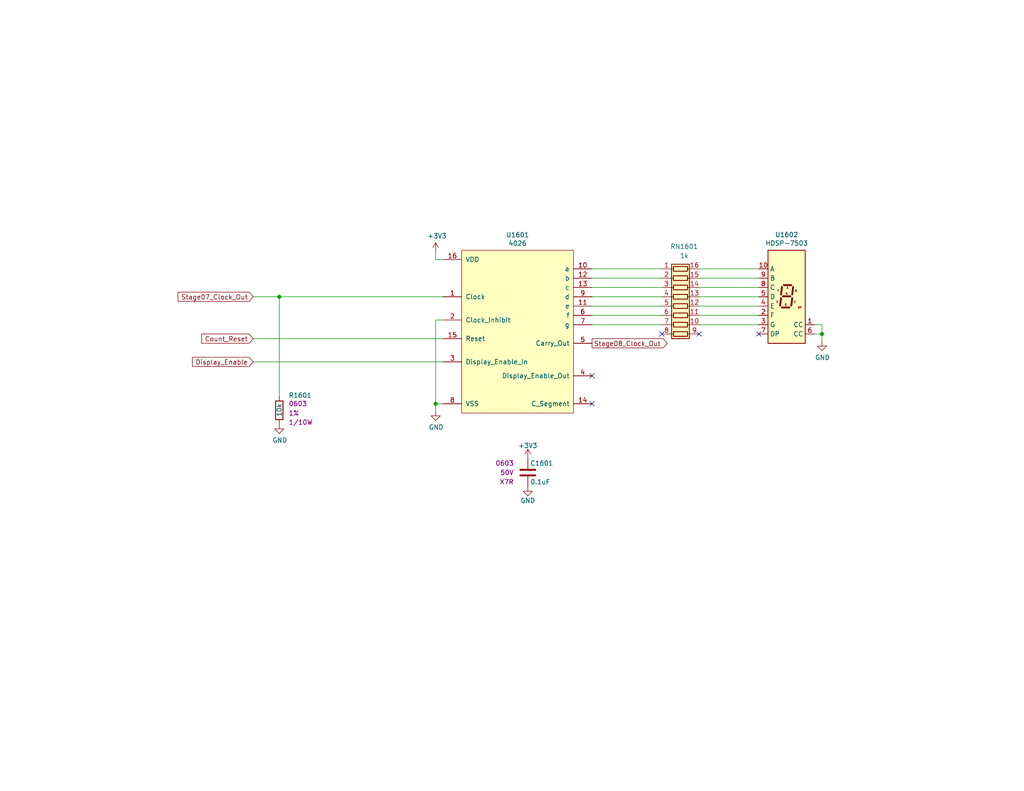
<source format=kicad_sch>
(kicad_sch (version 20230121) (generator eeschema)
  (paper "A")
  (title_block (title "Stopwatch") (date "2024-01-02") (rev "A") (company "Drew Maatman"))
  (lib_symbols
    (symbol "Custom_Library:4026" (pin_names (offset 1.016))
      (property "Reference" "U" (at 30.48 -43.18 0))
      (property "Value" "4026" (at 20.32 3.81 0))
      (symbol "4026_0_1"
        (rectangle (start 5.08 2.54) (end 35.56 -41.91) (fill (type background)))
      )
      (symbol "4026_1_1"
        (pin input line (at 0 -10.16 0) (length 5.08) (name "Clock") (number "1"))
        (pin output line (at 40.64 -2.54 180) (length 5.08) (name "a") (number "10"))
        (pin output line (at 40.64 -12.7 180) (length 5.08) (name "e") (number "11"))
        (pin output line (at 40.64 -5.08 180) (length 5.08) (name "b") (number "12"))
        (pin output line (at 40.64 -7.62 180) (length 5.08) (name "c") (number "13"))
        (pin output line (at 40.64 -39.37 180) (length 5.08) (name "C_Segment") (number "14"))
        (pin input line (at 0 -21.59 0) (length 5.08) (name "Reset") (number "15"))
        (pin power_in line (at 0 0 0) (length 5.08) (name "VDD") (number "16"))
        (pin input line (at 0 -16.51 0) (length 5.08) (name "Clock_Inhibit") (number "2"))
        (pin input line (at 0 -27.94 0) (length 5.08) (name "Display_Enable_In") (number "3"))
        (pin output line (at 40.64 -31.75 180) (length 5.08) (name "Display_Enable_Out") (number "4"))
        (pin output line (at 40.64 -22.86 180) (length 5.08) (name "Carry_Out") (number "5"))
        (pin output line (at 40.64 -15.24 180) (length 5.08) (name "f") (number "6"))
        (pin output line (at 40.64 -17.78 180) (length 5.08) (name "g") (number "7"))
        (pin power_in line (at 0 -39.37 0) (length 5.08) (name "VSS") (number "8"))
        (pin output line (at 40.64 -10.16 180) (length 5.08) (name "d") (number "9"))
      )
    )
    (symbol "Custom_Library:C_Custom" (pin_numbers hide) (pin_names (offset 0.254))
      (property "Reference" "C" (at 0.635 2.54 0))
      (property "Value" "C_Custom" (at 0.635 -2.54 0))
      (property "display_footprint" "Foot" (at -3.81 2.54 0))
      (property "Voltage" "V" (at -3.81 0 0))
      (property "Dielectric" "Er" (at -3.81 -2.54 0))
      (symbol "C_Custom_0_1"
        (polyline (pts (xy -2.032 -0.762) (xy 2.032 -0.762)) (stroke (width 0.508)))
        (polyline (pts (xy -2.032 0.762) (xy 2.032 0.762)) (stroke (width 0.508)))
      )
      (symbol "C_Custom_1_1"
        (pin passive line (at 0 3.81 270) (length 2.794) (name "~") (number "1"))
        (pin passive line (at 0 -3.81 90) (length 2.794) (name "~") (number "2"))
      )
    )
    (symbol "Custom_Library:R_Custom" (pin_numbers hide) (pin_names (offset 1.016) hide)
      (property "Reference" "R" (at -2.54 0 90))
      (property "Value" "R_Custom" (at 0 0 90))
      (property "display_footprint" "Foot" (at 2.54 0 90))
      (property "Tolerance" "Tol" (at 5.08 0 90))
      (property "Wattage" "W" (at 7.62 0 90))
      (symbol "R_Custom_0_1"
        (rectangle (start 1.016 2.54) (end -1.016 -2.54) (stroke (width 0.254)))
      )
      (symbol "R_Custom_1_1"
        (pin passive line (at 0 3.81 270) (length 1.27) (name "1") (number "1"))
        (pin passive line (at 0 -3.81 90) (length 1.27) (name "2") (number "2"))
      )
    )
    (symbol "Device:R_Pack08" (pin_names (offset 0) hide)
      (property "Reference" "RN" (at -12.7 0 90))
      (property "Value" "R_Pack08" (at 10.16 0 90))
      (symbol "R_Pack08_0_1"
        (rectangle (start -11.43 -2.413) (end 8.89 2.413) (stroke (width 0.254)) (fill (type background)))
        (rectangle (start -10.795 1.905) (end -9.525 -1.905) (stroke (width 0.254)))
        (rectangle (start -8.255 1.905) (end -6.985 -1.905) (stroke (width 0.254)))
        (rectangle (start -5.715 1.905) (end -4.445 -1.905) (stroke (width 0.254)))
        (rectangle (start -3.175 1.905) (end -1.905 -1.905) (stroke (width 0.254)))
        (rectangle (start -0.635 1.905) (end 0.635 -1.905) (stroke (width 0.254)))
        (polyline (pts (xy -10.16 -2.54) (xy -10.16 -1.905)))
        (polyline (pts (xy -10.16 1.905) (xy -10.16 2.54)))
        (polyline (pts (xy -7.62 -2.54) (xy -7.62 -1.905)))
        (polyline (pts (xy -7.62 1.905) (xy -7.62 2.54)))
        (polyline (pts (xy -5.08 -2.54) (xy -5.08 -1.905)))
        (polyline (pts (xy -5.08 1.905) (xy -5.08 2.54)))
        (polyline (pts (xy -2.54 -2.54) (xy -2.54 -1.905)))
        (polyline (pts (xy -2.54 1.905) (xy -2.54 2.54)))
        (polyline (pts (xy 0 -2.54) (xy 0 -1.905)))
        (polyline (pts (xy 0 1.905) (xy 0 2.54)))
        (polyline (pts (xy 2.54 -2.54) (xy 2.54 -1.905)))
        (polyline (pts (xy 2.54 1.905) (xy 2.54 2.54)))
        (polyline (pts (xy 5.08 -2.54) (xy 5.08 -1.905)))
        (polyline (pts (xy 5.08 1.905) (xy 5.08 2.54)))
        (polyline (pts (xy 7.62 -2.54) (xy 7.62 -1.905)))
        (polyline (pts (xy 7.62 1.905) (xy 7.62 2.54)))
        (rectangle (start 1.905 1.905) (end 3.175 -1.905) (stroke (width 0.254)))
        (rectangle (start 4.445 1.905) (end 5.715 -1.905) (stroke (width 0.254)))
        (rectangle (start 6.985 1.905) (end 8.255 -1.905) (stroke (width 0.254)))
      )
      (symbol "R_Pack08_1_1"
        (pin passive line (at -10.16 -5.08 90) (length 2.54) (name "R1.1") (number "1"))
        (pin passive line (at 5.08 5.08 270) (length 2.54) (name "R7.2") (number "10"))
        (pin passive line (at 2.54 5.08 270) (length 2.54) (name "R6.2") (number "11"))
        (pin passive line (at 0 5.08 270) (length 2.54) (name "R5.2") (number "12"))
        (pin passive line (at -2.54 5.08 270) (length 2.54) (name "R4.2") (number "13"))
        (pin passive line (at -5.08 5.08 270) (length 2.54) (name "R3.2") (number "14"))
        (pin passive line (at -7.62 5.08 270) (length 2.54) (name "R2.2") (number "15"))
        (pin passive line (at -10.16 5.08 270) (length 2.54) (name "R1.2") (number "16"))
        (pin passive line (at -7.62 -5.08 90) (length 2.54) (name "R2.1") (number "2"))
        (pin passive line (at -5.08 -5.08 90) (length 2.54) (name "R3.1") (number "3"))
        (pin passive line (at -2.54 -5.08 90) (length 2.54) (name "R4.1") (number "4"))
        (pin passive line (at 0 -5.08 90) (length 2.54) (name "R5.1") (number "5"))
        (pin passive line (at 2.54 -5.08 90) (length 2.54) (name "R6.1") (number "6"))
        (pin passive line (at 5.08 -5.08 90) (length 2.54) (name "R7.1") (number "7"))
        (pin passive line (at 7.62 -5.08 90) (length 2.54) (name "R8.1") (number "8"))
        (pin passive line (at 7.62 5.08 270) (length 2.54) (name "R8.2") (number "9"))
      )
    )
    (symbol "Display_Character:HDSP-7503"
      (property "Reference" "U" (at -3.81 13.97 0))
      (property "Value" "HDSP-7503" (at 6.35 13.97 0))
      (symbol "HDSP-7503_1_0"
        (text "A" (at 0.254 2.413 0) (effects (font (size 0.508 0.508))))
        (text "B" (at 2.54 1.651 0) (effects (font (size 0.508 0.508))))
        (text "C" (at 2.286 -1.397 0) (effects (font (size 0.508 0.508))))
        (text "D" (at -0.254 -2.159 0) (effects (font (size 0.508 0.508))))
        (text "DP" (at 3.556 -2.921 0) (effects (font (size 0.508 0.508))))
        (text "E" (at -2.54 -1.397 0) (effects (font (size 0.508 0.508))))
        (text "F" (at -2.286 1.651 0) (effects (font (size 0.508 0.508))))
        (text "G" (at 0 0.889 0) (effects (font (size 0.508 0.508))))
      )
      (symbol "HDSP-7503_1_1"
        (rectangle (start -5.08 12.7) (end 5.08 -12.7) (stroke (width 0.254)) (fill (type background)))
        (polyline (pts (xy -1.524 -0.381) (xy -1.778 -2.413)) (stroke (width 0.508)))
        (polyline (pts (xy -1.27 -2.921) (xy 0.762 -2.921)) (stroke (width 0.508)))
        (polyline (pts (xy -1.27 2.667) (xy -1.524 0.635)) (stroke (width 0.508)))
        (polyline (pts (xy -1.016 0.127) (xy 1.016 0.127)) (stroke (width 0.508)))
        (polyline (pts (xy -0.762 3.175) (xy 1.27 3.175)) (stroke (width 0.508)))
        (polyline (pts (xy 1.524 -0.381) (xy 1.27 -2.413)) (stroke (width 0.508)))
        (polyline (pts (xy 1.778 2.667) (xy 1.524 0.635)) (stroke (width 0.508)))
        (polyline (pts (xy 2.54 -2.921) (xy 2.54 -2.921)) (stroke (width 0.508)))
        (pin input line (at 7.62 -7.62 180) (length 2.54) (name "CC") (number "1"))
        (pin input line (at -7.62 7.62 0) (length 2.54) (name "A") (number "10"))
        (pin input line (at -7.62 -5.08 0) (length 2.54) (name "F") (number "2"))
        (pin input line (at -7.62 -7.62 0) (length 2.54) (name "G") (number "3"))
        (pin input line (at -7.62 -2.54 0) (length 2.54) (name "E") (number "4"))
        (pin input line (at -7.62 0 0) (length 2.54) (name "D") (number "5"))
        (pin input line (at 7.62 -10.16 180) (length 2.54) (name "CC") (number "6"))
        (pin input line (at -7.62 -10.16 0) (length 2.54) (name "DP") (number "7"))
        (pin input line (at -7.62 2.54 0) (length 2.54) (name "C") (number "8"))
        (pin input line (at -7.62 5.08 0) (length 2.54) (name "B") (number "9"))
      )
    )
    (symbol "Incrementor-rescue:+3.3V-power" (power) (pin_names (offset 0))
      (property "Value" "+3.3V-power" (at 0 3.556 0))
      (symbol "+3.3V-power_0_1"
        (polyline (pts (xy -0.762 1.27) (xy 0 2.54)))
        (polyline (pts (xy 0 0) (xy 0 2.54)))
        (polyline (pts (xy 0 2.54) (xy 0.762 1.27)))
      )
      (symbol "+3.3V-power_1_1"
        (pin power_in line (at 0 0 90) (length 0) hide (name "+3V3") (number "1"))
      )
    )
    (symbol "power:GND" (power) (pin_names (offset 0))
      (property "Value" "GND" (at 0 -3.81 0))
      (symbol "GND_0_1"
        (polyline (pts (xy 0 0) (xy 0 -1.27) (xy 1.27 -1.27) (xy 0 -2.54) (xy -1.27 -1.27) (xy 0 -1.27)))
      )
      (symbol "GND_1_1"
        (pin power_in line (at 0 0 270) (length 0) hide (name "GND") (number "1"))
      )
    )
  )
  (junction (at 76.2 81.026))
  (junction (at 224.282 91.186))
  (junction (at 118.872 110.236))
  (no_connect (at 180.594 91.186))
  (no_connect (at 161.544 110.236))
  (no_connect (at 190.754 91.186))
  (no_connect (at 207.01 91.186))
  (no_connect (at 161.544 102.616))
  (wire (pts (xy 224.282 91.186) (xy 224.282 88.646)))
  (wire (pts (xy 224.282 88.646) (xy 222.25 88.646)))
  (wire (pts (xy 161.544 81.026) (xy 180.594 81.026)))
  (wire (pts (xy 118.872 110.236) (xy 120.904 110.236)))
  (wire (pts (xy 69.088 98.806) (xy 120.904 98.806)))
  (wire (pts (xy 161.544 73.406) (xy 180.594 73.406)))
  (wire (pts (xy 118.872 112.268) (xy 118.872 110.236)))
  (wire (pts (xy 161.544 75.946) (xy 180.594 75.946)))
  (wire (pts (xy 161.544 83.566) (xy 180.594 83.566)))
  (wire (pts (xy 190.754 86.106) (xy 207.01 86.106)))
  (wire (pts (xy 118.872 68.834) (xy 118.872 70.866)))
  (wire (pts (xy 190.754 88.646) (xy 207.01 88.646)))
  (wire (pts (xy 118.872 70.866) (xy 120.904 70.866)))
  (wire (pts (xy 190.754 73.406) (xy 207.01 73.406)))
  (wire (pts (xy 190.754 78.486) (xy 207.01 78.486)))
  (wire (pts (xy 161.544 78.486) (xy 180.594 78.486)))
  (wire (pts (xy 222.25 91.186) (xy 224.282 91.186)))
  (wire (pts (xy 224.282 93.218) (xy 224.282 91.186)))
  (wire (pts (xy 76.2 81.026) (xy 76.2 108.204)))
  (wire (pts (xy 69.088 92.456) (xy 120.904 92.456)))
  (wire (pts (xy 120.904 87.376) (xy 118.872 87.376)))
  (wire (pts (xy 161.544 88.646) (xy 180.594 88.646)))
  (wire (pts (xy 118.872 87.376) (xy 118.872 110.236)))
  (wire (pts (xy 120.904 81.026) (xy 76.2 81.026)))
  (wire (pts (xy 69.088 81.026) (xy 76.2 81.026)))
  (wire (pts (xy 190.754 81.026) (xy 207.01 81.026)))
  (wire (pts (xy 190.754 75.946) (xy 207.01 75.946)))
  (wire (pts (xy 161.544 86.106) (xy 180.594 86.106)))
  (wire (pts (xy 190.754 83.566) (xy 207.01 83.566)))
  (global_label "Count_Reset" (shape input) (at 69.088 92.456 180) (property "Intersheetrefs" "${INTERSHEET_REFS}" (effects hide)))
  (global_label "Display_Enable" (shape input) (at 69.088 98.806 180) (property "Intersheetrefs" "${INTERSHEET_REFS}" (effects hide)))
  (global_label "Stage08_Clock_Out" (shape output) (at 161.544 93.726 0) (property "Intersheetrefs" "${INTERSHEET_REFS}" (effects hide)))
  (global_label "Stage07_Clock_Out" (shape input) (at 69.088 81.026 180) (property "Intersheetrefs" "${INTERSHEET_REFS}" (effects hide)))
  (symbol (lib_id "Custom_Library:4026") (at 120.904 70.866 0) (unit 1)
    (property "Reference" "U1601" (at 141.224 64.135 0))
    (property "Value" "4026" (at 141.224 66.4464 0))
    (property "Footprint" "Housings_SSOP:TSSOP-16_4.4x5mm_Pitch0.65mm" (effects hide))
    (property "Digi-Key PN" "296-32878-5-ND" (effects hide))
    (instances (project "Incrementor" (path "" (reference "U1601") (unit 1)) (path "" (reference "U?") (unit 1))))
  )
  (symbol (lib_id "Incrementor-rescue:+3.3V-power") (at 118.872 68.834 0) (unit 1)
    (property "Reference" "#PWR01604" (effects hide))
    (property "Value" "+3.3V" (at 119.253 64.4398 0))
    (instances (project "Incrementor" (path "" (reference "#PWR01604") (unit 1)) (path "" (reference "#PWR?") (unit 1))))
  )
  (symbol (lib_id "power:GND") (at 118.872 112.268 0) (unit 1)
    (property "Reference" "#PWR01605" (effects hide))
    (property "Value" "GND" (at 118.999 116.6622 0))
    (instances (project "Incrementor" (path "" (reference "#PWR01605") (unit 1)) (path "" (reference "#PWR?") (unit 1))))
  )
  (symbol (lib_id "Device:R_Pack08") (at 185.674 83.566 270) (unit 1)
    (property "Reference" "RN1601" (at 186.69 67.31 90))
    (property "Value" "1k" (at 186.69 69.85 90))
    (property "Footprint" "Resistor_SMD:R_Cat16-8" (effects hide))
    (property "Digi-Key PN" "CAT16-102J8LFCT-ND" (effects hide))
    (instances (project "Incrementor" (path "" (reference "RN1601") (unit 1)) (path "" (reference "RN?") (unit 1))))
  )
  (symbol (lib_id "Display_Character:HDSP-7503") (at 214.63 81.026 0) (unit 1)
    (property "Reference" "U1602" (at 214.63 64.0842 0))
    (property "Value" "HDSP-7503" (at 214.63 66.3956 0))
    (property "Footprint" "Display_7Segment:HDSP-A151" (effects hide))
    (property "Datasheet" "https://docs.broadcom.com/docs/AV02-2553EN" (effects hide))
    (property "Digi-Key PN" "516-1203-5-ND" (effects hide))
    (instances (project "Incrementor" (path "" (reference "U1602") (unit 1)) (path "" (reference "U?") (unit 1))))
  )
  (symbol (lib_id "power:GND") (at 224.282 93.218 0) (unit 1)
    (property "Reference" "#PWR01608" (effects hide))
    (property "Value" "GND" (at 224.409 97.6122 0))
    (instances (project "Incrementor" (path "" (reference "#PWR01608") (unit 1)) (path "" (reference "#PWR?") (unit 1))))
  )
  (symbol (lib_id "Custom_Library:R_Custom") (at 76.2 112.014 0) (unit 1)
    (property "Reference" "R1601" (at 78.74 107.95 0) (effects (justify left)))
    (property "Value" "10k" (at 76.2 113.792 90) (effects (justify left)))
    (property "Footprint" "Resistors_SMD:R_0603" (effects hide))
    (property "display_footprint" "0603" (at 78.74 110.236 0) (effects (justify left)))
    (property "Tolerance" "1%" (at 78.74 112.776 0) (effects (justify left)))
    (property "Wattage" "1/10W" (at 78.74 115.316 0) (effects (justify left)))
    (property "Digi-Key PN" "RMCF0603FT10K0CT-ND" (effects hide))
    (instances (project "Incrementor" (path "" (reference "R1601") (unit 1)) (path "" (reference "R?") (unit 1))))
  )
  (symbol (lib_id "power:GND") (at 76.2 115.824 0) (unit 1)
    (property "Reference" "#PWR01601" (effects hide))
    (property "Value" "GND" (at 76.327 120.2182 0))
    (instances (project "Incrementor" (path "" (reference "#PWR01601") (unit 1)) (path "" (reference "#PWR?") (unit 1))))
  )
  (symbol (lib_id "Custom_Library:C_Custom") (at 144.018 129.032 0) (unit 1)
    (property "Reference" "C1601" (at 144.653 126.492 0) (effects (justify left)))
    (property "Value" "0.1uF" (at 144.653 131.572 0) (effects (justify left)))
    (property "Footprint" "Capacitors_SMD:C_0603" (effects hide))
    (property "display_footprint" "0603" (at 140.208 126.492 0) (effects (justify right)))
    (property "Voltage" "50V" (at 140.208 129.032 0) (effects (justify right)))
    (property "Dielectric" "X7R" (at 140.208 131.572 0) (effects (justify right)))
    (property "Digi-Key PN" "311-1344-1-ND" (effects hide))
    (instances (project "Incrementor" (path "" (reference "C1601") (unit 1)) (path "" (reference "C?") (unit 1))))
  )
  (symbol (lib_id "power:GND") (at 144.018 132.842 0) (unit 1)
    (property "Reference" "#PWR01607" (effects hide))
    (property "Value" "GND" (at 144.018 136.652 0))
    (instances (project "Incrementor" (path "" (reference "#PWR01607") (unit 1)) (path "" (reference "#PWR?") (unit 1))))
  )
  (symbol (lib_id "Incrementor-rescue:+3.3V-power") (at 144.018 125.222 0) (unit 1)
    (property "Reference" "#PWR01606" (effects hide))
    (property "Value" "+3.3V" (at 144.018 121.666 0))
    (instances (project "Incrementor" (path "" (reference "#PWR01606") (unit 1)) (path "" (reference "#PWR?") (unit 1))))
  )
)
</source>
